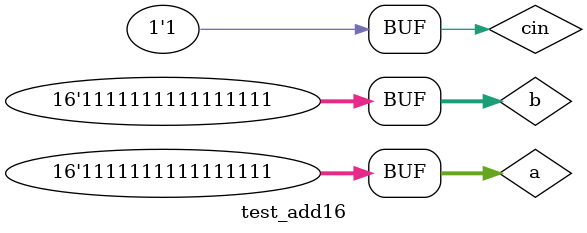
<source format=v>

module test_add16;

    reg  [15:0] a, b;			// reg type must be used inside "initial" block
    reg         cin;
    wire        cout, cout_golden;
    wire [15:0] sum, sum_golden;
    wire        eq_check;		// eq_check is the signal that is used to check
					// whether the results of the 2 systems are the same

    //--------------------------------------------------------------
    //	Input Vector Generation
    //--------------------------------------------------------------
    initial begin
        #10 {a, b, cin} = {16'h0001, 16'h0001, 1'b0};	// a=1, b=1, cin=0
        #10 {a, b, cin} = {16'h0001, 16'h0001, 1'b1};	// a=1, b=1, cin=1
        #10 {a, b, cin} = {16'h0003, 16'h0002, 1'b0};
        #10 {a, b, cin} = {16'h000a, 16'h0003, 1'b1};	// a=10, b=3, cin=1
        #10 {a, b, cin} = {16'h000f, 16'h0000, 1'b1};
        #10 {a, b, cin} = {16'hffff, 16'h0001, 1'b0};
        #10 {a, b, cin} = {16'h0010, 16'h0020, 1'b1};
        #10 {a, b, cin} = {16'hffff, 16'hffff, 1'b1};
    end

    //--------------------------------------------------------------
    //	DUT Instantiation
    //--------------------------------------------------------------
    add16        i_add16(a, b, cin, cout, sum);
    add16_golden i_add16_golden(a, b, cin, cout_golden, sum_golden);

    //--------------------------------------------------------------
    //	Output Monitoring
    //--------------------------------------------------------------
    assign eq_check = &( {cout, sum} ~^ {cout_golden, sum_golden} );

    initial
        $monitor("at time %t, a=%h, b=%h, cin=%b, eq_check=%b", $time, a, b, cin, eq_check);

endmodule

</source>
